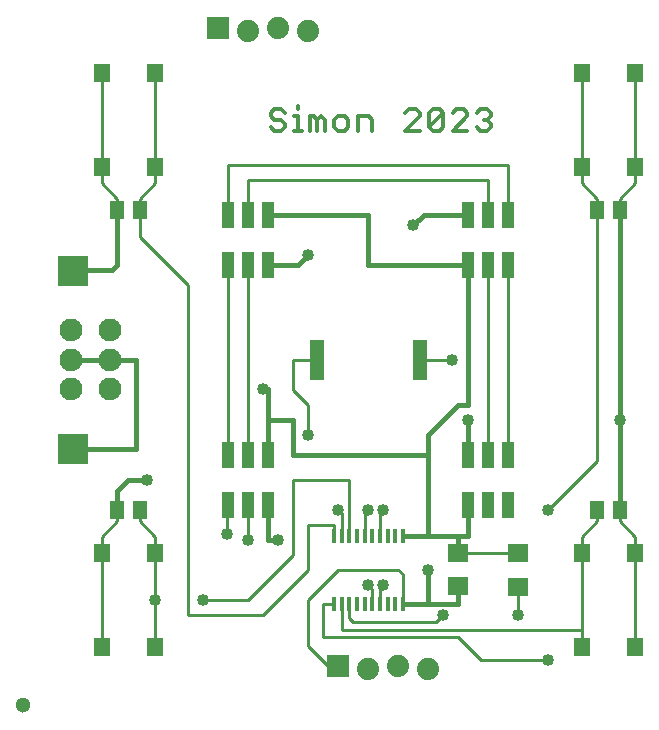
<source format=gbr>
G04 EAGLE Gerber RS-274X export*
G75*
%MOMM*%
%FSLAX34Y34*%
%LPD*%
%INTop Copper*%
%IPPOS*%
%AMOC8*
5,1,8,0,0,1.08239X$1,22.5*%
G01*
%ADD10C,0.355600*%
%ADD11R,2.540000X2.540000*%
%ADD12R,1.300000X1.500000*%
%ADD13R,1.800000X1.600000*%
%ADD14R,1.879600X1.879600*%
%ADD15C,1.879600*%
%ADD16R,1.100000X2.300000*%
%ADD17R,1.803000X1.600000*%
%ADD18R,0.300000X1.199800*%
%ADD19C,1.930400*%
%ADD20R,1.300000X3.400000*%
%ADD21R,1.400000X1.600000*%
%ADD22C,0.254000*%
%ADD23C,1.016000*%
%ADD24C,0.406400*%
%ADD25C,1.300000*%


D10*
X234264Y514109D02*
X231214Y517160D01*
X225113Y517160D01*
X222062Y514109D01*
X222062Y511058D01*
X225113Y508008D01*
X231214Y508008D01*
X234264Y504957D01*
X234264Y501907D01*
X231214Y498856D01*
X225113Y498856D01*
X222062Y501907D01*
X242176Y511058D02*
X245226Y511058D01*
X245226Y498856D01*
X242176Y498856D02*
X248277Y498856D01*
X245226Y517160D02*
X245226Y520210D01*
X255585Y511058D02*
X255585Y498856D01*
X255585Y511058D02*
X258635Y511058D01*
X261686Y508008D01*
X261686Y498856D01*
X261686Y508008D02*
X264737Y511058D01*
X267787Y508008D01*
X267787Y498856D01*
X278749Y498856D02*
X284850Y498856D01*
X287901Y501907D01*
X287901Y508008D01*
X284850Y511058D01*
X278749Y511058D01*
X275698Y508008D01*
X275698Y501907D01*
X278749Y498856D01*
X295812Y498856D02*
X295812Y511058D01*
X304964Y511058D01*
X308014Y508008D01*
X308014Y498856D01*
X336039Y498856D02*
X348242Y498856D01*
X348242Y511058D02*
X336039Y498856D01*
X348242Y511058D02*
X348242Y514109D01*
X345191Y517160D01*
X339090Y517160D01*
X336039Y514109D01*
X356153Y514109D02*
X356153Y501907D01*
X356153Y514109D02*
X359204Y517160D01*
X365305Y517160D01*
X368355Y514109D01*
X368355Y501907D01*
X365305Y498856D01*
X359204Y498856D01*
X356153Y501907D01*
X368355Y514109D01*
X376267Y498856D02*
X388469Y498856D01*
X376267Y498856D02*
X388469Y511058D01*
X388469Y514109D01*
X385418Y517160D01*
X379317Y517160D01*
X376267Y514109D01*
X396380Y514109D02*
X399431Y517160D01*
X405532Y517160D01*
X408583Y514109D01*
X408583Y511058D01*
X405532Y508008D01*
X402481Y508008D01*
X405532Y508008D02*
X408583Y504957D01*
X408583Y501907D01*
X405532Y498856D01*
X399431Y498856D01*
X396380Y501907D01*
D11*
X54800Y229800D03*
X54800Y379800D03*
D12*
X111100Y177800D03*
X92100Y177800D03*
X111100Y431800D03*
X92100Y431800D03*
X498500Y431800D03*
X517500Y431800D03*
X498500Y177800D03*
X517500Y177800D03*
D13*
X381000Y141000D03*
X381000Y113000D03*
D14*
X279400Y45720D03*
D15*
X304800Y43180D03*
X330200Y45720D03*
X355600Y43180D03*
D16*
X220200Y224700D03*
X203200Y224700D03*
X186200Y224700D03*
X186200Y181700D03*
X203200Y181700D03*
X220200Y181700D03*
X220200Y427900D03*
X203200Y427900D03*
X186200Y427900D03*
X186200Y384900D03*
X203200Y384900D03*
X220200Y384900D03*
X389400Y384900D03*
X406400Y384900D03*
X423400Y384900D03*
X423400Y427900D03*
X406400Y427900D03*
X389400Y427900D03*
X389400Y181700D03*
X406400Y181700D03*
X423400Y181700D03*
X423400Y224700D03*
X406400Y224700D03*
X389400Y224700D03*
D17*
X431800Y141220D03*
X431800Y112780D03*
D18*
X334049Y98000D03*
X327549Y98000D03*
X321050Y98000D03*
X314550Y98000D03*
X308050Y98000D03*
X301550Y98000D03*
X295050Y98000D03*
X288550Y98000D03*
X334049Y156001D03*
X327549Y156001D03*
X321050Y156001D03*
X314550Y156001D03*
X308050Y156001D03*
X301550Y156001D03*
X295050Y156001D03*
X288550Y156001D03*
X282050Y156001D03*
X275551Y156001D03*
X282050Y98000D03*
X275551Y98000D03*
D19*
X53350Y279800D03*
X53350Y304800D03*
X53350Y329800D03*
X86350Y279800D03*
X86350Y304800D03*
X86350Y329800D03*
D20*
X348300Y304800D03*
X261300Y304800D03*
D21*
X124100Y61600D03*
X124100Y141600D03*
X79100Y141600D03*
X79100Y61600D03*
X124100Y468000D03*
X124100Y548000D03*
X79100Y548000D03*
X79100Y468000D03*
X485500Y548000D03*
X485500Y468000D03*
X530500Y468000D03*
X530500Y548000D03*
X485500Y141600D03*
X485500Y61600D03*
X530500Y61600D03*
X530500Y141600D03*
D14*
X177800Y585470D03*
D15*
X203200Y582930D03*
X228600Y585470D03*
X254000Y582930D03*
D22*
X186200Y384900D02*
X186200Y224700D01*
X203200Y224700D02*
X203200Y384900D01*
X186200Y427900D02*
X186200Y469900D01*
X423400Y469900D02*
X423400Y427900D01*
X423400Y469900D02*
X186200Y469900D01*
X406400Y457200D02*
X406400Y427900D01*
X406400Y457200D02*
X203200Y457200D01*
X203200Y427900D01*
X423400Y384900D02*
X423400Y224700D01*
X406400Y224700D02*
X406400Y384900D01*
X314550Y174850D02*
X314550Y156001D01*
X314550Y174850D02*
X317500Y177800D01*
D23*
X317500Y177800D03*
D22*
X185420Y180920D02*
X185420Y157480D01*
X185420Y180920D02*
X186200Y181700D01*
D23*
X185420Y157480D03*
D22*
X203200Y152400D02*
X203200Y181700D01*
X301550Y174550D02*
X301550Y156001D01*
X301550Y174550D02*
X304800Y177800D01*
D23*
X304800Y177800D03*
X203200Y152400D03*
D24*
X355600Y98000D02*
X381000Y98000D01*
X381000Y113000D01*
X389400Y224700D02*
X388874Y225226D01*
X388874Y254000D01*
D23*
X388874Y254000D03*
X228600Y152400D03*
D24*
X220200Y152400D02*
X220200Y181700D01*
X220200Y152400D02*
X228600Y152400D01*
X220200Y384900D02*
X245200Y384900D01*
X254000Y393700D01*
D23*
X254000Y393700D03*
X342900Y419100D03*
D24*
X351700Y427900D01*
X389400Y427900D01*
X355600Y127000D02*
X355600Y98000D01*
D23*
X355600Y127000D03*
X117094Y203200D03*
D24*
X334049Y98000D02*
X355600Y98000D01*
D22*
X334049Y98000D02*
X334049Y123151D01*
X330200Y127000D01*
X279400Y127000D01*
X254000Y101600D01*
X254000Y62230D01*
X530500Y468000D02*
X530500Y548000D01*
X79100Y548000D02*
X79100Y468000D01*
X530500Y141600D02*
X530500Y61600D01*
X79100Y61600D02*
X79100Y141600D01*
X254000Y62230D02*
X270510Y45720D01*
X279400Y45720D01*
D24*
X54800Y379800D02*
X54800Y381000D01*
X87600Y381000D01*
D22*
X79100Y155300D02*
X79100Y141600D01*
X92100Y168300D02*
X92100Y177800D01*
X92100Y168300D02*
X79100Y155300D01*
X79100Y454300D02*
X79100Y468000D01*
X92100Y441300D02*
X92100Y431800D01*
X92100Y441300D02*
X79100Y454300D01*
D24*
X92100Y431800D02*
X92100Y385500D01*
X87600Y381000D01*
X92100Y193700D02*
X92100Y177800D01*
X92100Y193700D02*
X101600Y203200D01*
X117094Y203200D01*
X517500Y254000D02*
X517500Y431800D01*
X517500Y254000D02*
X517500Y177800D01*
D23*
X517500Y254000D03*
D22*
X517500Y431800D02*
X517500Y441300D01*
X530500Y454300D02*
X530500Y468000D01*
X530500Y454300D02*
X517500Y441300D01*
X530500Y155300D02*
X530500Y141600D01*
X517500Y168300D02*
X517500Y177800D01*
X517500Y168300D02*
X530500Y155300D01*
D24*
X304800Y427900D02*
X220200Y427900D01*
X304800Y384900D02*
X389400Y384900D01*
X304800Y384900D02*
X304800Y427900D01*
X334049Y156001D02*
X355600Y156001D01*
X381000Y156001D01*
X381000Y141000D01*
X389400Y156001D02*
X389400Y181700D01*
X389400Y156001D02*
X381000Y156001D01*
X355600Y224700D02*
X241300Y224700D01*
X355600Y224700D02*
X355600Y156001D01*
X389400Y266700D02*
X389400Y384900D01*
D23*
X215900Y279800D03*
D24*
X220200Y279800D01*
X355600Y241300D02*
X355600Y224700D01*
X355600Y241300D02*
X381000Y266700D01*
X389400Y266700D01*
X220200Y254000D02*
X220200Y224700D01*
X220200Y254000D02*
X220200Y279800D01*
X241300Y254000D02*
X241300Y224700D01*
X241300Y254000D02*
X220200Y254000D01*
D22*
X381000Y141000D02*
X431580Y141000D01*
X431800Y141220D01*
D23*
X279400Y177800D03*
D22*
X282050Y175150D02*
X282050Y156001D01*
X282050Y175150D02*
X279400Y177800D01*
X241300Y279400D02*
X241300Y304800D01*
X254000Y266700D02*
X254000Y241300D01*
X254000Y266700D02*
X241300Y279400D01*
X241300Y304800D02*
X261300Y304800D01*
D23*
X254000Y241300D03*
D22*
X288550Y98000D02*
X288550Y86100D01*
X292100Y82550D01*
X361950Y82550D01*
X368300Y88900D01*
X375920Y304800D02*
X348300Y304800D01*
D23*
X375920Y304800D03*
X368300Y88900D03*
D22*
X314550Y98000D02*
X314550Y111350D01*
X317500Y114300D01*
D23*
X317500Y114300D03*
D22*
X308050Y111050D02*
X308050Y98000D01*
X308050Y111050D02*
X304800Y114300D01*
D23*
X304800Y114300D03*
X431800Y88900D03*
D22*
X431800Y112780D01*
D24*
X107950Y229800D02*
X54800Y229800D01*
X107950Y229800D02*
X107950Y304800D01*
X86350Y304800D01*
X53350Y304800D01*
D22*
X152400Y88900D02*
X215900Y88900D01*
X254000Y165100D02*
X275551Y165100D01*
X254000Y165100D02*
X254000Y127000D01*
X215900Y88900D01*
X124100Y468000D02*
X124100Y548000D01*
X111400Y432732D02*
X111100Y431800D01*
X275551Y165100D02*
X275551Y156001D01*
X111400Y409300D02*
X111400Y432732D01*
X152400Y368300D02*
X152400Y88900D01*
X152400Y368300D02*
X111400Y409300D01*
X124100Y454300D02*
X124100Y468000D01*
X111100Y441300D02*
X111100Y431800D01*
X111100Y441300D02*
X124100Y454300D01*
X282050Y98000D02*
X282050Y76200D01*
X485500Y61600D02*
X485500Y141600D01*
X485500Y76200D02*
X485500Y61600D01*
X485500Y76200D02*
X282050Y76200D01*
X485500Y141600D02*
X485500Y155300D01*
X498500Y168300D02*
X498500Y177800D01*
X498500Y168300D02*
X485500Y155300D01*
X457200Y177800D02*
X498500Y219100D01*
X457200Y50800D02*
X400050Y50800D01*
X275551Y98000D02*
X266700Y98000D01*
X266700Y69850D01*
X381000Y69850D01*
X400050Y50800D01*
X485500Y468000D02*
X485500Y548000D01*
X498500Y431800D02*
X498500Y219100D01*
X498500Y431800D02*
X498500Y441300D01*
X485500Y454300D02*
X485500Y468000D01*
X485500Y454300D02*
X498500Y441300D01*
D23*
X457200Y177800D03*
X457200Y50800D03*
D22*
X288550Y156001D02*
X288550Y203200D01*
X241300Y203200D02*
X241300Y139700D01*
X203200Y101600D01*
X165100Y101600D01*
X241300Y203200D02*
X288550Y203200D01*
D23*
X165100Y101600D03*
D22*
X124100Y101600D02*
X124100Y141600D01*
X124100Y101600D02*
X124100Y61600D01*
X124100Y141600D02*
X124100Y152400D01*
X124100Y101600D02*
X124460Y101600D01*
D23*
X124460Y101600D03*
D22*
X111100Y168300D02*
X111100Y177800D01*
X124100Y155300D02*
X124100Y152400D01*
X124100Y155300D02*
X111100Y168300D01*
D25*
X12700Y12700D03*
M02*

</source>
